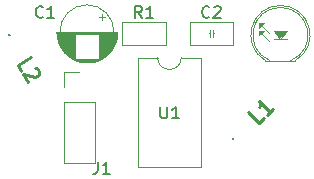
<source format=gbr>
%TF.GenerationSoftware,KiCad,Pcbnew,8.0.7*%
%TF.CreationDate,2024-12-14T00:48:09+01:00*%
%TF.ProjectId,FF2_20241213_1510,4646325f-3230-4323-9431-3231335f3135,0.2.0*%
%TF.SameCoordinates,Original*%
%TF.FileFunction,Legend,Top*%
%TF.FilePolarity,Positive*%
%FSLAX46Y46*%
G04 Gerber Fmt 4.6, Leading zero omitted, Abs format (unit mm)*
G04 Created by KiCad (PCBNEW 8.0.7) date 2024-12-14 00:48:09*
%MOMM*%
%LPD*%
G01*
G04 APERTURE LIST*
%ADD10C,0.150000*%
%ADD11C,0.254000*%
%ADD12C,0.120000*%
%ADD13C,0.200000*%
G04 APERTURE END LIST*
D10*
X106132333Y-103229580D02*
X106084714Y-103277200D01*
X106084714Y-103277200D02*
X105941857Y-103324819D01*
X105941857Y-103324819D02*
X105846619Y-103324819D01*
X105846619Y-103324819D02*
X105703762Y-103277200D01*
X105703762Y-103277200D02*
X105608524Y-103181961D01*
X105608524Y-103181961D02*
X105560905Y-103086723D01*
X105560905Y-103086723D02*
X105513286Y-102896247D01*
X105513286Y-102896247D02*
X105513286Y-102753390D01*
X105513286Y-102753390D02*
X105560905Y-102562914D01*
X105560905Y-102562914D02*
X105608524Y-102467676D01*
X105608524Y-102467676D02*
X105703762Y-102372438D01*
X105703762Y-102372438D02*
X105846619Y-102324819D01*
X105846619Y-102324819D02*
X105941857Y-102324819D01*
X105941857Y-102324819D02*
X106084714Y-102372438D01*
X106084714Y-102372438D02*
X106132333Y-102420057D01*
X107084714Y-103324819D02*
X106513286Y-103324819D01*
X106799000Y-103324819D02*
X106799000Y-102324819D01*
X106799000Y-102324819D02*
X106703762Y-102467676D01*
X106703762Y-102467676D02*
X106608524Y-102562914D01*
X106608524Y-102562914D02*
X106513286Y-102610533D01*
X116078095Y-110833819D02*
X116078095Y-111643342D01*
X116078095Y-111643342D02*
X116125714Y-111738580D01*
X116125714Y-111738580D02*
X116173333Y-111786200D01*
X116173333Y-111786200D02*
X116268571Y-111833819D01*
X116268571Y-111833819D02*
X116459047Y-111833819D01*
X116459047Y-111833819D02*
X116554285Y-111786200D01*
X116554285Y-111786200D02*
X116601904Y-111738580D01*
X116601904Y-111738580D02*
X116649523Y-111643342D01*
X116649523Y-111643342D02*
X116649523Y-110833819D01*
X117649523Y-111833819D02*
X117078095Y-111833819D01*
X117363809Y-111833819D02*
X117363809Y-110833819D01*
X117363809Y-110833819D02*
X117268571Y-110976676D01*
X117268571Y-110976676D02*
X117173333Y-111071914D01*
X117173333Y-111071914D02*
X117078095Y-111119533D01*
X120229333Y-103229580D02*
X120181714Y-103277200D01*
X120181714Y-103277200D02*
X120038857Y-103324819D01*
X120038857Y-103324819D02*
X119943619Y-103324819D01*
X119943619Y-103324819D02*
X119800762Y-103277200D01*
X119800762Y-103277200D02*
X119705524Y-103181961D01*
X119705524Y-103181961D02*
X119657905Y-103086723D01*
X119657905Y-103086723D02*
X119610286Y-102896247D01*
X119610286Y-102896247D02*
X119610286Y-102753390D01*
X119610286Y-102753390D02*
X119657905Y-102562914D01*
X119657905Y-102562914D02*
X119705524Y-102467676D01*
X119705524Y-102467676D02*
X119800762Y-102372438D01*
X119800762Y-102372438D02*
X119943619Y-102324819D01*
X119943619Y-102324819D02*
X120038857Y-102324819D01*
X120038857Y-102324819D02*
X120181714Y-102372438D01*
X120181714Y-102372438D02*
X120229333Y-102420057D01*
X120610286Y-102420057D02*
X120657905Y-102372438D01*
X120657905Y-102372438D02*
X120753143Y-102324819D01*
X120753143Y-102324819D02*
X120991238Y-102324819D01*
X120991238Y-102324819D02*
X121086476Y-102372438D01*
X121086476Y-102372438D02*
X121134095Y-102420057D01*
X121134095Y-102420057D02*
X121181714Y-102515295D01*
X121181714Y-102515295D02*
X121181714Y-102610533D01*
X121181714Y-102610533D02*
X121134095Y-102753390D01*
X121134095Y-102753390D02*
X120562667Y-103324819D01*
X120562667Y-103324819D02*
X121181714Y-103324819D01*
D11*
X124843433Y-111807774D02*
X124415802Y-112235406D01*
X124415802Y-112235406D02*
X123517776Y-111337380D01*
X125613169Y-111038038D02*
X125100012Y-111551196D01*
X125356591Y-111294617D02*
X124458565Y-110396591D01*
X124458565Y-110396591D02*
X124501328Y-110610407D01*
X124501328Y-110610407D02*
X124501328Y-110781460D01*
X124501328Y-110781460D02*
X124458565Y-110909749D01*
D10*
X114514333Y-103324819D02*
X114181000Y-102848628D01*
X113942905Y-103324819D02*
X113942905Y-102324819D01*
X113942905Y-102324819D02*
X114323857Y-102324819D01*
X114323857Y-102324819D02*
X114419095Y-102372438D01*
X114419095Y-102372438D02*
X114466714Y-102420057D01*
X114466714Y-102420057D02*
X114514333Y-102515295D01*
X114514333Y-102515295D02*
X114514333Y-102658152D01*
X114514333Y-102658152D02*
X114466714Y-102753390D01*
X114466714Y-102753390D02*
X114419095Y-102801009D01*
X114419095Y-102801009D02*
X114323857Y-102848628D01*
X114323857Y-102848628D02*
X113942905Y-102848628D01*
X115466714Y-103324819D02*
X114895286Y-103324819D01*
X115181000Y-103324819D02*
X115181000Y-102324819D01*
X115181000Y-102324819D02*
X115085762Y-102467676D01*
X115085762Y-102467676D02*
X114990524Y-102562914D01*
X114990524Y-102562914D02*
X114895286Y-102610533D01*
X110791666Y-115532819D02*
X110791666Y-116247104D01*
X110791666Y-116247104D02*
X110744047Y-116389961D01*
X110744047Y-116389961D02*
X110648809Y-116485200D01*
X110648809Y-116485200D02*
X110505952Y-116532819D01*
X110505952Y-116532819D02*
X110410714Y-116532819D01*
X111791666Y-116532819D02*
X111220238Y-116532819D01*
X111505952Y-116532819D02*
X111505952Y-115532819D01*
X111505952Y-115532819D02*
X111410714Y-115675676D01*
X111410714Y-115675676D02*
X111315476Y-115770914D01*
X111315476Y-115770914D02*
X111220238Y-115818533D01*
D11*
X104298792Y-107799850D02*
X103996411Y-107276111D01*
X103996411Y-107276111D02*
X105096264Y-106641111D01*
X105475325Y-107539570D02*
X105557937Y-107561706D01*
X105557937Y-107561706D02*
X105670787Y-107636215D01*
X105670787Y-107636215D02*
X105821978Y-107898085D01*
X105821978Y-107898085D02*
X105830080Y-108033071D01*
X105830080Y-108033071D02*
X105807944Y-108115683D01*
X105807944Y-108115683D02*
X105733434Y-108228533D01*
X105733434Y-108228533D02*
X105628687Y-108289009D01*
X105628687Y-108289009D02*
X105441327Y-108327350D01*
X105441327Y-108327350D02*
X104449983Y-108061720D01*
X104449983Y-108061720D02*
X104843078Y-108742581D01*
D12*
%TO.C,D1*%
X125349000Y-106938999D02*
G75*
G02*
X127127000Y-106938999I889000J2158999D01*
G01*
X124968000Y-106939000D02*
X127508000Y-106939000D01*
X125253750Y-104589500D02*
X124428250Y-103764000D01*
X125253750Y-105256250D02*
X124428250Y-104430750D01*
X125666500Y-105097500D02*
X126809500Y-105097500D01*
X124968000Y-106939000D02*
G75*
G02*
X127508000Y-106939000I1270000J2159000D01*
G01*
X124428250Y-104145000D02*
X124428250Y-103764000D01*
X124809250Y-103764000D01*
X124428250Y-104145000D01*
G36*
X124428250Y-104145000D02*
G01*
X124428250Y-103764000D01*
X124809250Y-103764000D01*
X124428250Y-104145000D01*
G37*
X124428250Y-104811750D02*
X124428250Y-104430750D01*
X124809250Y-104430750D01*
X124428250Y-104811750D01*
G36*
X124428250Y-104811750D02*
G01*
X124428250Y-104430750D01*
X124809250Y-104430750D01*
X124428250Y-104811750D01*
G37*
X126238000Y-105097500D02*
X125666500Y-104462500D01*
X126809500Y-104462500D01*
X126238000Y-105097500D01*
G36*
X126238000Y-105097500D02*
G01*
X125666500Y-104462500D01*
X126809500Y-104462500D01*
X126238000Y-105097500D01*
G37*
%TO.C,C1*%
X107569148Y-104533725D02*
G75*
G02*
X112140999Y-104521000I2285852J32725D01*
G01*
X108815000Y-104741000D02*
X107286000Y-104741000D01*
X108815000Y-104781000D02*
X107290000Y-104781000D01*
X108815000Y-104821000D02*
X107294000Y-104821000D01*
X108815000Y-104861000D02*
X107299000Y-104861000D01*
X108815000Y-104901000D02*
X107305000Y-104901000D01*
X108815000Y-104941000D02*
X107312000Y-104941000D01*
X108815000Y-104981000D02*
X107319000Y-104981000D01*
X108815000Y-105021000D02*
X107327000Y-105021000D01*
X108815000Y-105061000D02*
X107335000Y-105061000D01*
X108815000Y-105101000D02*
X107344000Y-105101000D01*
X108815000Y-105141000D02*
X107354000Y-105141000D01*
X108815000Y-105181000D02*
X107364000Y-105181000D01*
X108815000Y-105222000D02*
X107375000Y-105222000D01*
X108815000Y-105262000D02*
X107387000Y-105262000D01*
X108815000Y-105302000D02*
X107400000Y-105302000D01*
X108815000Y-105342000D02*
X107413000Y-105342000D01*
X108815000Y-105382000D02*
X107427000Y-105382000D01*
X108815000Y-105422000D02*
X107441000Y-105422000D01*
X108815000Y-105462000D02*
X107457000Y-105462000D01*
X108815000Y-105502000D02*
X107473000Y-105502000D01*
X108815000Y-105542000D02*
X107490000Y-105542000D01*
X108815000Y-105582000D02*
X107507000Y-105582000D01*
X108815000Y-105622000D02*
X107526000Y-105622000D01*
X108815000Y-105662000D02*
X107545000Y-105662000D01*
X108815000Y-105702000D02*
X107565000Y-105702000D01*
X108815000Y-105742000D02*
X107587000Y-105742000D01*
X108815000Y-105782000D02*
X107608000Y-105782000D01*
X108815000Y-105822000D02*
X107631000Y-105822000D01*
X108815000Y-105862000D02*
X107655000Y-105862000D01*
X108815000Y-105902000D02*
X107680000Y-105902000D01*
X108815000Y-105942000D02*
X107706000Y-105942000D01*
X108815000Y-105982000D02*
X107733000Y-105982000D01*
X108815000Y-106022000D02*
X107760000Y-106022000D01*
X108815000Y-106062000D02*
X107790000Y-106062000D01*
X108815000Y-106102000D02*
X107820000Y-106102000D01*
X108815000Y-106142000D02*
X107851000Y-106142000D01*
X108815000Y-106182000D02*
X107884000Y-106182000D01*
X108815000Y-106222000D02*
X107918000Y-106222000D01*
X108815000Y-106262000D02*
X107954000Y-106262000D01*
X108815000Y-106302000D02*
X107991000Y-106302000D01*
X108815000Y-106342000D02*
X108029000Y-106342000D01*
X108815000Y-106382000D02*
X108070000Y-106382000D01*
X108815000Y-106422000D02*
X108112000Y-106422000D01*
X108815000Y-106462000D02*
X108156000Y-106462000D01*
X108815000Y-106502000D02*
X108202000Y-106502000D01*
X108815000Y-106542000D02*
X108250000Y-106542000D01*
X108815000Y-106582000D02*
X108301000Y-106582000D01*
X108815000Y-106622000D02*
X108355000Y-106622000D01*
X108815000Y-106662000D02*
X108412000Y-106662000D01*
X108815000Y-106702000D02*
X108472000Y-106702000D01*
X108815000Y-106742000D02*
X108536000Y-106742000D01*
X108815000Y-106782000D02*
X108604000Y-106782000D01*
X110139000Y-107102000D02*
X109571000Y-107102000D01*
X110373000Y-107062000D02*
X109337000Y-107062000D01*
X110532000Y-107022000D02*
X109178000Y-107022000D01*
X110660000Y-106982000D02*
X109050000Y-106982000D01*
X110770000Y-106942000D02*
X108940000Y-106942000D01*
X110866000Y-106902000D02*
X108844000Y-106902000D01*
X110953000Y-106862000D02*
X108757000Y-106862000D01*
X111033000Y-106822000D02*
X108677000Y-106822000D01*
X111106000Y-106782000D02*
X110895000Y-106782000D01*
X111174000Y-106742000D02*
X110895000Y-106742000D01*
X111238000Y-106702000D02*
X110895000Y-106702000D01*
X111298000Y-106662000D02*
X110895000Y-106662000D01*
X111125000Y-103005000D02*
X111125000Y-103505000D01*
X111355000Y-106622000D02*
X110895000Y-106622000D01*
X111409000Y-106582000D02*
X110895000Y-106582000D01*
X111460000Y-106542000D02*
X110895000Y-106542000D01*
X111508000Y-106502000D02*
X110895000Y-106502000D01*
X111554000Y-106462000D02*
X110895000Y-106462000D01*
X111375000Y-103255000D02*
X110875000Y-103255000D01*
X111598000Y-106422000D02*
X110895000Y-106422000D01*
X111640000Y-106382000D02*
X110895000Y-106382000D01*
X111681000Y-106342000D02*
X110895000Y-106342000D01*
X111719000Y-106302000D02*
X110895000Y-106302000D01*
X111756000Y-106262000D02*
X110895000Y-106262000D01*
X111792000Y-106222000D02*
X110895000Y-106222000D01*
X111826000Y-106182000D02*
X110895000Y-106182000D01*
X111859000Y-106142000D02*
X110895000Y-106142000D01*
X111890000Y-106102000D02*
X110895000Y-106102000D01*
X111920000Y-106062000D02*
X110895000Y-106062000D01*
X111950000Y-106022000D02*
X110895000Y-106022000D01*
X111977000Y-105982000D02*
X110895000Y-105982000D01*
X112004000Y-105942000D02*
X110895000Y-105942000D01*
X112030000Y-105902000D02*
X110895000Y-105902000D01*
X112055000Y-105862000D02*
X110895000Y-105862000D01*
X112079000Y-105822000D02*
X110895000Y-105822000D01*
X112102000Y-105782000D02*
X110895000Y-105782000D01*
X112123000Y-105742000D02*
X110895000Y-105742000D01*
X112145000Y-105702000D02*
X110895000Y-105702000D01*
X112165000Y-105662000D02*
X110895000Y-105662000D01*
X112184000Y-105622000D02*
X110895000Y-105622000D01*
X112203000Y-105582000D02*
X110895000Y-105582000D01*
X112220000Y-105542000D02*
X110895000Y-105542000D01*
X112237000Y-105502000D02*
X110895000Y-105502000D01*
X112253000Y-105462000D02*
X110895000Y-105462000D01*
X112269000Y-105422000D02*
X110895000Y-105422000D01*
X112283000Y-105382000D02*
X110895000Y-105382000D01*
X112297000Y-105342000D02*
X110895000Y-105342000D01*
X112310000Y-105302000D02*
X110895000Y-105302000D01*
X112323000Y-105262000D02*
X110895000Y-105262000D01*
X112335000Y-105222000D02*
X110895000Y-105222000D01*
X112346000Y-105181000D02*
X110895000Y-105181000D01*
X112356000Y-105141000D02*
X110895000Y-105141000D01*
X112366000Y-105101000D02*
X110895000Y-105101000D01*
X112375000Y-105061000D02*
X110895000Y-105061000D01*
X112383000Y-105021000D02*
X110895000Y-105021000D01*
X112391000Y-104981000D02*
X110895000Y-104981000D01*
X112398000Y-104941000D02*
X110895000Y-104941000D01*
X112405000Y-104901000D02*
X110895000Y-104901000D01*
X112411000Y-104861000D02*
X110895000Y-104861000D01*
X112416000Y-104821000D02*
X110895000Y-104821000D01*
X112420000Y-104781000D02*
X110895000Y-104781000D01*
X112424000Y-104741000D02*
X110895000Y-104741000D01*
X112428000Y-104701000D02*
X107282000Y-104701000D01*
X112431000Y-104661000D02*
X107279000Y-104661000D01*
X112433000Y-104621000D02*
X107277000Y-104621000D01*
X112434000Y-104581000D02*
X107276000Y-104581000D01*
X112435000Y-104501000D02*
X107275000Y-104501000D01*
X112435000Y-104541000D02*
X107275000Y-104541000D01*
%TO.C,U1*%
X114190000Y-106690000D02*
X114190000Y-115961000D01*
X114190000Y-115961000D02*
X119490000Y-115961000D01*
X115840000Y-106690000D02*
X114190000Y-106690000D01*
X119490000Y-106690000D02*
X117840000Y-106690000D01*
X119490000Y-115961000D02*
X119490000Y-106690000D01*
X117840000Y-106690000D02*
G75*
G02*
X115840000Y-106690000I-1000000J0D01*
G01*
%TO.C,C2*%
X118554500Y-103695500D02*
X118554500Y-105600500D01*
X118554500Y-105600500D02*
X122237500Y-105600500D01*
X120269000Y-104330500D02*
X120269000Y-104965500D01*
X120269000Y-104648000D02*
X120205500Y-104648000D01*
X120523000Y-104648000D02*
X120586500Y-104648000D01*
X120523000Y-104965500D02*
X120523000Y-104330500D01*
X122237500Y-103695500D02*
X118554500Y-103695500D01*
X122237500Y-105537000D02*
X122237500Y-103695500D01*
X122237500Y-105600500D02*
X122237500Y-105537000D01*
D13*
%TO.C,L1*%
X122285406Y-113603594D02*
G75*
G02*
X122185406Y-113603594I-50000J0D01*
G01*
X122185406Y-113603594D02*
G75*
G02*
X122285406Y-113603594I50000J0D01*
G01*
D12*
%TO.C,R1*%
X112839500Y-103695500D02*
X112839500Y-105600500D01*
X112839500Y-105600500D02*
X116522500Y-105600500D01*
X116522500Y-103695500D02*
X112839500Y-103695500D01*
X116522500Y-105600500D02*
X116522500Y-103695500D01*
%TO.C,J1*%
X107890000Y-107890000D02*
X109220000Y-107890000D01*
X107890000Y-109220000D02*
X107890000Y-107890000D01*
X107890000Y-110490000D02*
X107890000Y-115630000D01*
X107890000Y-110490000D02*
X110550000Y-110490000D01*
X107890000Y-115630000D02*
X110550000Y-115630000D01*
X110550000Y-110490000D02*
X110550000Y-115630000D01*
D13*
%TO.C,L2*%
X103328998Y-104791912D02*
G75*
G02*
X103229002Y-104791912I-49998J0D01*
G01*
X103229002Y-104791912D02*
G75*
G02*
X103328998Y-104791912I49998J0D01*
G01*
%TD*%
M02*

</source>
